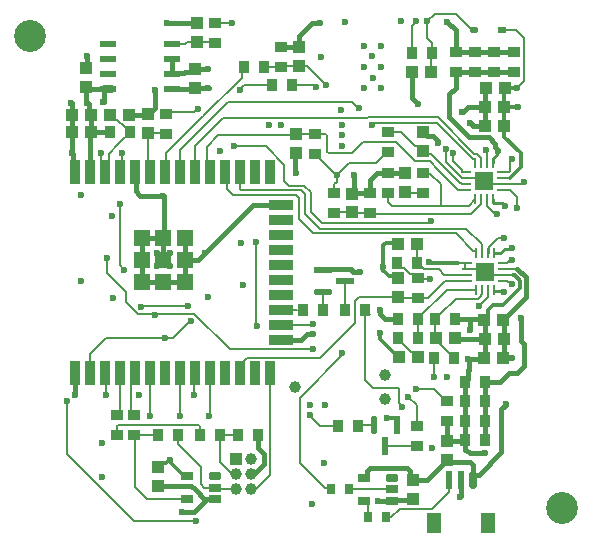
<source format=gbl>
G04*
G04 #@! TF.GenerationSoftware,Altium Limited,Altium NEXUS,3.2.6 (83)*
G04*
G04 Layer_Physical_Order=4*
G04 Layer_Color=16711680*
%FSLAX44Y44*%
%MOMM*%
G71*
G04*
G04 #@! TF.SameCoordinates,E101C6A8-1949-4893-99AA-7595D6EC33FA*
G04*
G04*
G04 #@! TF.FilePolarity,Positive*
G04*
G01*
G75*
%ADD10C,0.2500*%
%ADD11C,0.2000*%
%ADD16R,1.0000X1.0000*%
%ADD17R,1.0000X0.9000*%
G04:AMPARAMS|DCode=18|XSize=0.6mm|YSize=1.55mm|CornerRadius=0mm|HoleSize=0mm|Usage=FLASHONLY|Rotation=0.000|XOffset=0mm|YOffset=0mm|HoleType=Round|Shape=Octagon|*
%AMOCTAGOND18*
4,1,8,-0.1500,0.7750,0.1500,0.7750,0.3000,0.6250,0.3000,-0.6250,0.1500,-0.7750,-0.1500,-0.7750,-0.3000,-0.6250,-0.3000,0.6250,-0.1500,0.7750,0.0*
%
%ADD18OCTAGOND18*%

%ADD19R,0.6000X1.5500*%
%ADD20R,1.2000X1.8000*%
%ADD21R,0.9000X1.0000*%
%ADD22R,1.0000X1.0000*%
G04:AMPARAMS|DCode=33|XSize=0.5mm|YSize=0.71mm|CornerRadius=0mm|HoleSize=0mm|Usage=FLASHONLY|Rotation=270.000|XOffset=0mm|YOffset=0mm|HoleType=Round|Shape=Octagon|*
%AMOCTAGOND33*
4,1,8,0.3550,0.1250,0.3550,-0.1250,0.2300,-0.2500,-0.2300,-0.2500,-0.3550,-0.1250,-0.3550,0.1250,-0.2300,0.2500,0.2300,0.2500,0.3550,0.1250,0.0*
%
%ADD33OCTAGOND33*%

%ADD34R,0.7100X0.5000*%
G04:AMPARAMS|DCode=35|XSize=0.55mm|YSize=1.55mm|CornerRadius=0mm|HoleSize=0mm|Usage=FLASHONLY|Rotation=90.000|XOffset=0mm|YOffset=0mm|HoleType=Round|Shape=Octagon|*
%AMOCTAGOND35*
4,1,8,-0.7750,-0.1375,-0.7750,0.1375,-0.6375,0.2750,0.6375,0.2750,0.7750,0.1375,0.7750,-0.1375,0.6375,-0.2750,-0.6375,-0.2750,-0.7750,-0.1375,0.0*
%
%ADD35OCTAGOND35*%

%ADD36R,1.5500X0.5500*%
%ADD102C,1.0000*%
%ADD106C,0.1710*%
%ADD107C,0.3000*%
%ADD108C,0.4000*%
%ADD109C,0.1713*%
%ADD113C,2.7000*%
%ADD114C,0.6000*%
G04:AMPARAMS|DCode=122|XSize=0.65mm|YSize=1.1mm|CornerRadius=0mm|HoleSize=0mm|Usage=FLASHONLY|Rotation=90.000|XOffset=0mm|YOffset=0mm|HoleType=Round|Shape=Octagon|*
%AMOCTAGOND122*
4,1,8,-0.5500,-0.1625,-0.5500,0.1625,-0.3875,0.3250,0.3875,0.3250,0.5500,0.1625,0.5500,-0.1625,0.3875,-0.3250,-0.3875,-0.3250,-0.5500,-0.1625,0.0*
%
%ADD122OCTAGOND122*%

%ADD123R,1.1000X0.6500*%
%ADD124R,0.7000X0.9000*%
G04:AMPARAMS|DCode=125|XSize=0.55mm|YSize=1.55mm|CornerRadius=0mm|HoleSize=0mm|Usage=FLASHONLY|Rotation=180.000|XOffset=0mm|YOffset=0mm|HoleType=Round|Shape=Octagon|*
%AMOCTAGOND125*
4,1,8,0.1375,-0.7750,-0.1375,-0.7750,-0.2750,-0.6375,-0.2750,0.6375,-0.1375,0.7750,0.1375,0.7750,0.2750,0.6375,0.2750,-0.6375,0.1375,-0.7750,0.0*
%
%ADD125OCTAGOND125*%

%ADD126R,0.5500X1.5500*%
%ADD127R,0.9000X2.0000*%
%ADD128O,0.9000X0.2500*%
%ADD129O,0.2500X0.9000*%
%ADD130O,1.4500X0.6000*%
%ADD131R,1.4500X0.6000*%
%ADD132R,2.0000X0.9000*%
%ADD133R,1.3300X1.3300*%
%ADD134R,1.6000X1.6000*%
D10*
X652500Y1379250D02*
Y1382500D01*
X656112Y1386112D01*
X659750Y1269500D02*
X661500D01*
X658830Y1270420D02*
X659750Y1269500D01*
X653250Y1270420D02*
X658830D01*
X662657Y1342500D02*
X663000D01*
X652500Y1345372D02*
Y1348250D01*
X659786Y1345372D02*
X662657Y1342500D01*
X652500Y1345372D02*
X659786D01*
X656112Y1386112D02*
Y1388398D01*
X656782Y1389068D01*
X668080Y1306205D02*
X668750Y1306875D01*
X662455Y1306205D02*
X668080D01*
X658500Y1302250D02*
X662455Y1306205D01*
X653250Y1302250D02*
X658500D01*
X653250Y1270420D02*
Y1271250D01*
D11*
X677750Y1362750D02*
X678960D01*
X672750Y1341000D02*
Y1350432D01*
X666932Y1356250D02*
X672750Y1350432D01*
X660500Y1356250D02*
X666932D01*
X667000Y1381035D02*
X668533Y1382567D01*
X667000Y1372422D02*
Y1381035D01*
X646624Y1389519D02*
X647404Y1388739D01*
Y1379346D02*
Y1388739D01*
X519750Y1369000D02*
X520750D01*
X518250Y1353500D02*
X518750D01*
X520750Y1369000D02*
X530750Y1379000D01*
X518250Y1353500D02*
Y1361250D01*
X640000Y1366250D02*
X641250Y1367500D01*
X628348Y1294250D02*
X628578Y1294019D01*
X622750Y1294250D02*
X628348D01*
X630250Y1289250D02*
X643250D01*
X628578Y1289481D02*
X628809Y1289250D01*
X630250D01*
X628578Y1289481D02*
Y1294019D01*
X660596Y1361154D02*
X676154D01*
X677750Y1362750D01*
X520000Y1368250D02*
X520750Y1369000D01*
X520000Y1363000D02*
Y1368250D01*
X518250Y1361250D02*
X520000Y1363000D01*
X562750Y1388250D02*
X563250D01*
X553500Y1379000D02*
X562750Y1388250D01*
X530750Y1379000D02*
X553500D01*
X501500Y1386750D02*
X502000D01*
X519750Y1369000D01*
X504500Y1390000D02*
X505000D01*
X661250Y1284250D02*
X669250D01*
X645750Y1286750D02*
X648250Y1284250D01*
X661250D01*
X643250Y1289250D02*
X645750Y1286750D01*
X661250Y1289250D02*
X673000D01*
X660500Y1361250D02*
X660596Y1361154D01*
X641250Y1367500D02*
X645000Y1363750D01*
X629500Y1366250D02*
X640000D01*
X626250D02*
X629500D01*
X612750Y1379500D02*
Y1390500D01*
Y1379500D02*
X621000Y1371250D01*
X621250D01*
X626250Y1366250D01*
X619000Y1380500D02*
Y1387250D01*
X626245Y1371481D02*
X626476Y1371250D01*
X629500D01*
X626245Y1371481D02*
Y1373255D01*
X619000Y1380500D02*
X626245Y1373255D01*
X647404Y1379346D02*
X647500Y1379250D01*
X665828Y1371250D02*
X667000Y1372422D01*
X660500Y1371250D02*
X665828D01*
X660500Y1366250D02*
X666932D01*
D16*
X571750Y1310500D02*
D03*
X587750D02*
D03*
X588750Y1214500D02*
D03*
X572750D02*
D03*
X645500Y1230000D02*
D03*
X661500D02*
D03*
X620500Y1230500D02*
D03*
X646250Y1442000D02*
D03*
X646000Y1410500D02*
D03*
X662000D02*
D03*
X646000Y1426500D02*
D03*
X662000D02*
D03*
X312250Y1404750D02*
D03*
X604500Y1230500D02*
D03*
X662250Y1442000D02*
D03*
X296250Y1404750D02*
D03*
X661250Y1246250D02*
D03*
X645250D02*
D03*
X661250Y1213500D02*
D03*
X645250D02*
D03*
X599750Y1456250D02*
D03*
X583750D02*
D03*
X344500Y1419750D02*
D03*
X328500D02*
D03*
X296250D02*
D03*
X312250D02*
D03*
X435250Y1127900D02*
D03*
D17*
X473250Y1477250D02*
D03*
Y1460250D02*
D03*
X348750Y1165500D02*
D03*
Y1148500D02*
D03*
X613500Y1160000D02*
D03*
Y1177000D02*
D03*
X587750Y1156500D02*
D03*
Y1139500D02*
D03*
X563250Y1405250D02*
D03*
Y1388250D02*
D03*
X518250Y1353500D02*
D03*
X653500Y1472500D02*
D03*
X637000Y1472750D02*
D03*
X620750D02*
D03*
X669880Y1472760D02*
D03*
X518250Y1336500D02*
D03*
X548250Y1336500D02*
D03*
X593250Y1353750D02*
D03*
X620750Y1455750D02*
D03*
X637000D02*
D03*
X653500Y1455500D02*
D03*
X669880Y1455760D02*
D03*
X416750Y1480500D02*
D03*
Y1497500D02*
D03*
X589000Y1264500D02*
D03*
Y1281500D02*
D03*
X501500Y1403750D02*
D03*
Y1386750D02*
D03*
X333750Y1165500D02*
D03*
Y1148500D02*
D03*
X375750Y1403500D02*
D03*
Y1420500D02*
D03*
X593250Y1370750D02*
D03*
X563250Y1353750D02*
D03*
Y1370750D02*
D03*
X548250Y1353500D02*
D03*
D18*
X635500Y1110500D02*
D03*
D19*
X625500D02*
D03*
X615500D02*
D03*
D20*
X602500Y1073750D02*
D03*
X648500D02*
D03*
D21*
X385500Y1148500D02*
D03*
X368500D02*
D03*
X404250Y1148250D02*
D03*
X421250D02*
D03*
X453250D02*
D03*
X436250D02*
D03*
X482250Y1444500D02*
D03*
X465250D02*
D03*
X646000Y1160500D02*
D03*
X629000D02*
D03*
X521500Y1156500D02*
D03*
X538500D02*
D03*
X508500Y1254250D02*
D03*
X491500D02*
D03*
X645750Y1144000D02*
D03*
X628750D02*
D03*
X629000Y1193250D02*
D03*
X646000D02*
D03*
X629000Y1177000D02*
D03*
X646000D02*
D03*
X588500Y1294500D02*
D03*
X572000Y1230500D02*
D03*
X603500Y1246500D02*
D03*
X619500Y1214000D02*
D03*
X459000Y1460250D02*
D03*
X442000D02*
D03*
X620500Y1246500D02*
D03*
X602500Y1214000D02*
D03*
X589000Y1230500D02*
D03*
X571500Y1294500D02*
D03*
X600500Y1472250D02*
D03*
X583500D02*
D03*
X544500Y1254750D02*
D03*
X527500D02*
D03*
X345000Y1404750D02*
D03*
X328000D02*
D03*
X589250Y1246750D02*
D03*
X572250D02*
D03*
D22*
X369250Y1105500D02*
D03*
Y1121500D02*
D03*
X584750Y1110500D02*
D03*
Y1094500D02*
D03*
X613750Y1143500D02*
D03*
Y1127500D02*
D03*
X533250Y1337000D02*
D03*
Y1353000D02*
D03*
X577750Y1354250D02*
D03*
Y1370250D02*
D03*
X486000Y1387500D02*
D03*
Y1403500D02*
D03*
X307750Y1459500D02*
D03*
Y1443500D02*
D03*
X401750Y1497000D02*
D03*
Y1481000D02*
D03*
X488250Y1476750D02*
D03*
Y1460750D02*
D03*
X572250Y1265250D02*
D03*
Y1281250D02*
D03*
X400000Y1442500D02*
D03*
Y1458500D02*
D03*
X593250Y1404750D02*
D03*
Y1388750D02*
D03*
X360750Y1420000D02*
D03*
Y1404000D02*
D03*
D33*
X636000Y1491250D02*
D03*
D34*
X660000D02*
D03*
D35*
X508500Y1269500D02*
D03*
D36*
X527000Y1279000D02*
D03*
X508500Y1288500D02*
D03*
D102*
X561100Y1199000D02*
D03*
X484900Y1188850D02*
D03*
X561100Y1178700D02*
D03*
X435250Y1115200D02*
D03*
Y1102500D02*
D03*
X447950Y1127900D02*
D03*
Y1102500D02*
D03*
Y1115200D02*
D03*
D106*
X391000Y1135750D02*
X391000D01*
X385500Y1141250D02*
Y1148500D01*
Y1141250D02*
X391000Y1135750D01*
X391000D02*
X405000Y1121750D01*
X400835Y1076000D02*
X401000Y1075835D01*
X348250Y1076000D02*
X400835D01*
X405000Y1107000D02*
Y1121750D01*
Y1107000D02*
X408000Y1104000D01*
X417500D01*
X419962Y1102500D02*
X431810D01*
X292040Y1132210D02*
X348250Y1076000D01*
X433250Y1392875D02*
X460125D01*
X475500Y1377500D01*
X292040Y1132210D02*
Y1177133D01*
X375750Y1420500D02*
X377500Y1422250D01*
X399353D01*
X401853Y1424750D02*
X402500D01*
X399353Y1422250D02*
X401853Y1424750D01*
X406750Y1418250D02*
X439687Y1451187D01*
X406750Y1418250D02*
Y1418250D01*
X375750Y1387250D02*
X406750Y1418250D01*
X375750Y1376570D02*
Y1387250D01*
X439687Y1451187D02*
Y1458437D01*
X442250Y1461000D01*
X387750Y1164750D02*
Y1200400D01*
X387150Y1201000D02*
Y1205270D01*
Y1201000D02*
X387750Y1200400D01*
X362000Y1164750D02*
Y1202647D01*
X399500Y1182500D02*
Y1202620D01*
X399103Y1182500D02*
X399750Y1181853D01*
X659750Y1269500D02*
X661500D01*
X659500Y1269750D02*
X659750Y1269500D01*
X664286Y1279250D02*
X667461Y1276075D01*
X668485D01*
X341378Y1261433D02*
X351956Y1250855D01*
X341378Y1261433D02*
Y1269872D01*
X325766Y1285484D02*
X341378Y1269872D01*
X656358Y1315000D02*
X662000D01*
X648730Y1307372D02*
X656358Y1315000D01*
X498000Y1337750D02*
X507750Y1328000D01*
X599089Y1329500D02*
X600250D01*
X597589Y1328000D02*
X599089Y1329500D01*
X507750Y1328000D02*
X597589D01*
X475500Y1363750D02*
X479500Y1359750D01*
X475500Y1363750D02*
Y1377500D01*
X479500Y1359750D02*
X492500D01*
X439250Y1355750D02*
X483000D01*
X437950Y1357050D02*
Y1371000D01*
Y1357050D02*
X439250Y1355750D01*
X485500Y1351500D02*
X488000Y1349000D01*
X427000Y1357000D02*
X432500Y1351500D01*
X485500D01*
X492500Y1359750D02*
X498000Y1354250D01*
Y1337750D02*
Y1354250D01*
X490250Y1355750D02*
X493250Y1352750D01*
Y1335500D02*
Y1352750D01*
Y1335500D02*
X505645Y1323105D01*
X629602D02*
X642855Y1309852D01*
X634203Y1335895D02*
X642349Y1344041D01*
X548625Y1336875D02*
X549605Y1335895D01*
X505645Y1323105D02*
X629602D01*
X549605Y1335895D02*
X634203D01*
X654273Y1335250D02*
X656000D01*
X647486Y1342037D02*
X654273Y1335250D01*
X647486Y1342037D02*
Y1348237D01*
X463750Y1115000D02*
Y1200600D01*
X449536Y1104086D02*
X452836D01*
X447950Y1102500D02*
X449536Y1104086D01*
X452836D02*
X463750Y1115000D01*
X566500Y1079000D02*
X573500Y1086000D01*
X601250D02*
X615500Y1100250D01*
X573500Y1086000D02*
X601250D01*
X338000Y1372650D02*
Y1388250D01*
X532708Y1430292D02*
X538000Y1425000D01*
X387586Y1390042D02*
X427836Y1430292D01*
X532708D01*
X551252Y1412605D02*
X604645D01*
X550250Y1411103D02*
Y1411603D01*
X551252Y1412605D01*
X400000Y1393502D02*
X423748Y1417250D01*
X538000Y1425000D02*
X539000D01*
X604645Y1412605D02*
X635137Y1382113D01*
X605750Y1417500D02*
X636643Y1386607D01*
X489000Y1125000D02*
X507605Y1106395D01*
X489000Y1180003D02*
X491374Y1182376D01*
X489000Y1125000D02*
Y1180003D01*
X524179Y1217429D02*
X525000Y1218250D01*
X524179Y1215182D02*
Y1217429D01*
X491374Y1182376D02*
X524179Y1215182D01*
X496750Y1165250D02*
X505750Y1156250D01*
X522031D01*
X631750Y1342500D02*
X637500Y1348250D01*
X608054Y1342500D02*
X631750D01*
X607096Y1372404D02*
Y1372444D01*
X623250Y1356250D02*
X629500D01*
X607096Y1372404D02*
X623250Y1356250D01*
X500000Y1319250D02*
X620750D01*
X638250Y1302250D02*
Y1304198D01*
X637885Y1304563D02*
X638250Y1304198D01*
X635437Y1304563D02*
X637885D01*
X620750Y1319250D02*
X635437Y1304563D01*
X488000Y1331250D02*
Y1349000D01*
Y1331250D02*
X500000Y1319250D01*
X427000Y1357000D02*
Y1373520D01*
X410000Y1392750D02*
X419750Y1402500D01*
X613000Y1177000D02*
X613500D01*
X602605Y1187395D02*
X613000Y1177000D01*
X587311Y1187395D02*
X602605D01*
X580750Y1181000D02*
X587750Y1174000D01*
Y1156500D02*
Y1174000D01*
X615500Y1100250D02*
Y1110000D01*
X507605Y1106395D02*
X507605D01*
X510339Y1103661D02*
X513089D01*
X514000Y1102750D01*
X507605Y1106395D02*
X510339Y1103661D01*
X529000Y1102750D02*
X529250D01*
X529000D02*
X529250Y1102500D01*
X567000D01*
X562000Y1079000D02*
X566500D01*
X499089Y1242750D02*
X500750D01*
X473350Y1241550D02*
X497889D01*
X499089Y1242750D01*
X429811Y1221000D02*
X500250D01*
X399561Y1251250D02*
X429811Y1221000D01*
X444607Y1213855D02*
X506355D01*
X535750Y1243250D01*
Y1262000D01*
X593645Y1288855D02*
X606645D01*
X611250Y1284250D01*
X437950Y1201000D02*
X441595Y1204645D01*
Y1210843D01*
X444607Y1213855D01*
X451500Y1243411D02*
Y1312000D01*
Y1243411D02*
X452500Y1242411D01*
Y1241250D02*
Y1242411D01*
X374522Y1230772D02*
X381772D01*
X395855Y1244855D02*
X396441D01*
X325013Y1230772D02*
X374522D01*
X365851Y1250855D02*
X366228Y1250478D01*
X351956Y1250855D02*
X365851D01*
X355166Y1257811D02*
X394019D01*
X354605Y1257250D02*
X355166Y1257811D01*
X367000Y1251250D02*
X399561D01*
X366605Y1250855D02*
X367000Y1251250D01*
X381772Y1230772D02*
X395855Y1244855D01*
X310950Y1216709D02*
X325013Y1230772D01*
X325766Y1285484D02*
Y1298063D01*
X336250Y1292079D02*
X340017Y1288313D01*
X336250Y1292079D02*
Y1344000D01*
X325766Y1298063D02*
X325766Y1298063D01*
X336250Y1344000D02*
X336250Y1344000D01*
X320605Y1378315D02*
X323650Y1375270D01*
X320605Y1378315D02*
Y1387250D01*
X323650Y1201000D02*
X324395Y1200255D01*
Y1182750D02*
Y1200255D01*
X547000Y1079000D02*
Y1090605D01*
X544605Y1093000D02*
X547000Y1090605D01*
X543000Y1093000D02*
X544605D01*
X536000Y1157750D02*
X536439Y1157311D01*
X551945D01*
X562134Y1139500D02*
X587750D01*
X561445Y1138811D02*
X562134Y1139500D01*
X539000Y1265250D02*
X572250D01*
X535750Y1262000D02*
X539000Y1265250D01*
X527000Y1255250D02*
Y1279000D01*
Y1255250D02*
X527500Y1254750D01*
X525750Y1253000D02*
X527500Y1254750D01*
X508500Y1254250D02*
Y1269500D01*
X508500Y1254250D02*
X508500Y1254250D01*
X463350Y1203143D02*
X466993Y1199500D01*
X463350Y1201000D02*
X463750Y1200600D01*
X335351Y1394645D02*
X335351D01*
X345000Y1404250D02*
Y1405250D01*
X341355Y1400605D02*
X345000Y1404250D01*
X341311Y1400605D02*
X341355D01*
X335351Y1394645D02*
X341311Y1400605D01*
X327293Y1386587D02*
X335351Y1394645D01*
X338000Y1388250D02*
X338000Y1388250D01*
X336350Y1371000D02*
X338000Y1372650D01*
X327293Y1378913D02*
Y1386587D01*
X664734Y1294270D02*
X667081Y1296617D01*
X668220D01*
X664480Y1294270D02*
X664734D01*
X328500Y1419750D02*
X332645Y1415605D01*
X333895D01*
X341355Y1408895D02*
X345000Y1405250D01*
X333895Y1415605D02*
X340605Y1408895D01*
X341355D01*
X310950Y1201000D02*
Y1216709D01*
X412550Y1165550D02*
Y1201000D01*
X574342Y1227658D02*
X583355Y1218645D01*
X584605D01*
X588750Y1214500D01*
X661250Y1279250D02*
X664286D01*
X518750Y1337000D02*
X533250D01*
X518250Y1336500D02*
X518750Y1337000D01*
X533750Y1336500D02*
X548250D01*
X533250Y1337000D02*
X533750Y1336500D01*
X587750Y1295250D02*
Y1310500D01*
Y1295250D02*
X588500Y1294500D01*
Y1294000D02*
X593645Y1288855D01*
X588500Y1294000D02*
Y1294500D01*
X611250Y1284250D02*
X630250D01*
X515500Y1338250D02*
X516500Y1337250D01*
X642349Y1344041D02*
Y1348099D01*
X642500Y1348250D01*
X577500Y1355500D02*
X577750Y1355250D01*
X635393Y1263893D02*
X639951D01*
X642357Y1266299D01*
Y1266894D01*
X643250Y1267787D01*
Y1271250D01*
X410000Y1373550D02*
X412550Y1371000D01*
X410000Y1373550D02*
Y1392750D01*
X593250Y1388750D02*
X595250Y1386750D01*
X599597D02*
X624702Y1361645D01*
X595250Y1386750D02*
X599597D01*
X642855Y1306109D02*
Y1309852D01*
X643250Y1302250D02*
Y1305714D01*
X642855Y1306109D02*
X643250Y1305714D01*
X624702Y1361645D02*
X625641D01*
X626036Y1361250D02*
X629500D01*
X625641Y1361645D02*
X626036Y1361250D01*
X642500Y1379250D02*
Y1383305D01*
X639199Y1386607D02*
X642500Y1383305D01*
X636643Y1386607D02*
X639199D01*
X387586Y1375706D02*
Y1390042D01*
X374450Y1375270D02*
X375750Y1376570D01*
X387150Y1375270D02*
X387586Y1375706D01*
X323650Y1375270D02*
X327293Y1378913D01*
X400000Y1375420D02*
Y1393502D01*
X637137Y1382113D02*
X637500Y1381749D01*
Y1379250D02*
Y1381749D01*
X635137Y1382113D02*
X637137D01*
X647486Y1348237D02*
X647500Y1348250D01*
X399850Y1375270D02*
X400000Y1375420D01*
X360750Y1404000D02*
X374750D01*
X375250Y1403500D01*
X360750Y1376270D02*
X361750Y1375270D01*
X360750Y1376270D02*
Y1404000D01*
X612000Y1279250D02*
X630250D01*
X589000Y1264500D02*
X597250D01*
X612000Y1279250D01*
X573000Y1264500D02*
X589000D01*
X599290Y1380250D02*
X607096Y1372444D01*
X572250Y1265250D02*
X573000Y1264500D01*
X613250Y1271250D02*
X638250D01*
X589250Y1247250D02*
X613250Y1271250D01*
X589250Y1246750D02*
Y1247250D01*
X648230Y1265480D02*
Y1271230D01*
X640250Y1257500D02*
X648230Y1265480D01*
Y1271230D02*
X648250Y1271250D01*
Y1302250D02*
X648730Y1302730D01*
Y1307372D01*
X589000Y1230500D02*
Y1246500D01*
X589250Y1246750D01*
D107*
X369250Y1121500D02*
X372750Y1125000D01*
X377993Y1127500D02*
X378750D01*
X372750Y1125000D02*
X375493D01*
X377993Y1127500D01*
X391250Y1113500D02*
X393500D01*
X379324Y1125426D02*
X391250Y1113500D01*
X669750Y1283750D02*
X670766D01*
X675525Y1278991D01*
Y1273159D02*
Y1278991D01*
X660866Y1258500D02*
X675525Y1273159D01*
X652250Y1258500D02*
X660866D01*
X556773Y1234333D02*
X557000Y1234560D01*
X556773Y1229727D02*
Y1234333D01*
X572500Y1214000D02*
Y1214750D01*
X569250Y1218000D02*
X572500Y1214750D01*
X568500Y1218000D02*
X569250D01*
X556773Y1229727D02*
X568500Y1218000D01*
X568744Y1163057D02*
X570945Y1160855D01*
X562527Y1163057D02*
X568744D01*
X570945Y1157311D02*
Y1160855D01*
X599665Y1294250D02*
X622750D01*
X598540Y1295375D02*
X599665Y1294250D01*
X559527Y1287973D02*
X564507Y1282993D01*
X559527Y1287973D02*
Y1291063D01*
X559750Y1287750D02*
Y1309243D01*
X570507Y1282993D02*
X572250Y1281250D01*
X564507Y1282993D02*
X570507D01*
X666932Y1366250D02*
X676000Y1375318D01*
X662000Y1401000D02*
X676000Y1387000D01*
Y1375318D02*
Y1387000D01*
X561507Y1311000D02*
X572000D01*
X559750Y1309243D02*
X561507Y1311000D01*
X645250Y1246250D02*
X648000Y1249000D01*
Y1254250D02*
X652250Y1258500D01*
X648000Y1249000D02*
Y1254250D01*
X662000Y1442500D02*
X662500Y1442000D01*
X673000D01*
X662000Y1426500D02*
X662250Y1426250D01*
X673250D01*
X662000Y1426500D02*
Y1442500D01*
Y1410500D02*
Y1426500D01*
Y1401000D02*
Y1410500D01*
D108*
X389290Y1083375D02*
X399125D01*
X410250Y1094500D02*
X415250D01*
X407750D02*
X410250D01*
X399125Y1083375D02*
X410250Y1094500D01*
X415250D02*
X417500D01*
X369250Y1105500D02*
X396750D01*
X399750Y1102500D01*
X399907D01*
X404203Y1098047D02*
X407750Y1094500D01*
X404203Y1098047D02*
Y1098203D01*
X399907Y1102500D02*
X404203Y1098203D01*
X447950Y1115200D02*
X449098Y1116348D01*
X450964D01*
X458250Y1123634D01*
Y1132166D01*
X453250Y1137166D02*
X458250Y1132166D01*
X453250Y1137166D02*
Y1148250D01*
X309667Y1441583D02*
X325867D01*
X307750Y1459500D02*
X308472Y1460222D01*
X307750Y1431396D02*
X308855Y1430291D01*
Y1429750D02*
Y1430291D01*
X308472Y1460222D02*
Y1468867D01*
X307750Y1431396D02*
Y1443500D01*
X308472Y1468867D02*
X308855Y1469250D01*
X322667Y1430227D02*
X323050Y1430610D01*
X628875Y1136000D02*
X630000D01*
X628875D02*
Y1143875D01*
X632695Y1133305D02*
X645781D01*
X630000Y1136000D02*
X632695Y1133305D01*
X620750Y1455750D02*
X637000D01*
X620750Y1442750D02*
Y1455750D01*
X615000Y1437000D02*
X620750Y1442750D01*
X615000Y1417500D02*
Y1437000D01*
Y1417500D02*
X632000Y1400500D01*
X626791Y1422250D02*
X631041Y1426500D01*
X626250Y1422250D02*
X626791D01*
X632906Y1412696D02*
X633447D01*
X635644Y1410500D01*
X646000D01*
X632000Y1400500D02*
X648750D01*
X656782Y1389068D02*
Y1389609D01*
X654164Y1392227D02*
X656782Y1389609D01*
X654164Y1392227D02*
Y1395086D01*
X648750Y1400500D02*
X654164Y1395086D01*
X673000Y1289250D02*
X680295Y1281955D01*
Y1265295D02*
Y1281955D01*
X661250Y1246250D02*
X680295Y1265295D01*
X296250Y1404750D02*
Y1419750D01*
Y1387000D02*
Y1404750D01*
X296633Y1372617D02*
X298250Y1371000D01*
X296633Y1372617D02*
Y1386617D01*
X296250Y1387000D02*
X296633Y1386617D01*
X295633Y1420367D02*
X296250Y1419750D01*
X295633Y1420367D02*
Y1429367D01*
X295250Y1429750D02*
X295633Y1429367D01*
X311600Y1375920D02*
Y1404100D01*
X310950Y1375270D02*
X311600Y1375920D01*
X325867Y1441583D02*
X326250Y1441200D01*
X488250Y1476750D02*
Y1486250D01*
X499250Y1497250D01*
X506000D01*
X485500Y1476750D02*
X488250D01*
X399350Y1441850D02*
X400000Y1442500D01*
X412000D01*
X412000Y1442500D01*
X323050Y1430610D02*
Y1440276D01*
X668598Y1213375D02*
X668783Y1213559D01*
X661375Y1213375D02*
X668598D01*
X640368Y1114868D02*
X659250Y1133750D01*
Y1170209D01*
X663210Y1174169D01*
X661250Y1213500D02*
X661375Y1213375D01*
X666000Y1201000D02*
X672750D01*
X646000Y1193250D02*
X658250D01*
X666000Y1201000D01*
X635500Y1114868D02*
Y1123407D01*
Y1112000D02*
Y1114868D01*
X663210Y1174169D02*
Y1174710D01*
X646000Y1177000D02*
Y1193250D01*
X678500Y1206750D02*
Y1225604D01*
X485250Y1370591D02*
Y1386750D01*
Y1370591D02*
X485774Y1370067D01*
X485250Y1386750D02*
X486000Y1387500D01*
X635500Y1110000D02*
Y1113868D01*
X636500Y1114868D01*
X640368D01*
X628250Y1159750D02*
X628875Y1160375D01*
X629000Y1160500D01*
X613500Y1160000D02*
X613625Y1159875D01*
Y1143625D02*
Y1159875D01*
Y1143625D02*
X613750Y1143500D01*
X619750Y1230000D02*
X645250D01*
X629000Y1193250D02*
X631500Y1195750D01*
X631500Y1213250D02*
X631750Y1213000D01*
Y1203500D02*
Y1213000D01*
X631500Y1195750D02*
Y1203250D01*
X631750Y1203500D01*
X625500Y1097291D02*
Y1110000D01*
X624750Y1096541D02*
X625500Y1097291D01*
X624750Y1096000D02*
Y1096541D01*
X613750Y1143500D02*
X614000Y1143750D01*
X628500D01*
X628750Y1144000D01*
X628875Y1143875D01*
X613750Y1127500D02*
X615500Y1125750D01*
X633157D02*
X635500Y1123407D01*
X615500Y1125750D02*
X633157D01*
X635500Y1110000D02*
Y1112000D01*
X596750Y1110500D02*
X602500Y1116250D01*
X584750Y1110500D02*
X596750D01*
X602500Y1116250D02*
Y1116250D01*
X579828Y1120750D02*
X582172Y1118407D01*
X548172Y1120750D02*
X579828D01*
X582172Y1113078D02*
Y1118407D01*
Y1113078D02*
X584750Y1110500D01*
X543000Y1112000D02*
X544578D01*
X545828Y1113250D01*
Y1118407D02*
X548172Y1120750D01*
X545828Y1113250D02*
Y1118407D01*
X567000Y1093000D02*
X567750Y1093750D01*
X584000D01*
X584750Y1094500D01*
X555290Y1093000D02*
X567000D01*
X555040Y1092750D02*
X555290Y1093000D01*
X495019Y1233810D02*
X500274D01*
X490059Y1228850D02*
X495019Y1233810D01*
X557000Y1250750D02*
Y1254000D01*
X532250Y1288750D02*
X534250Y1286750D01*
X508500Y1288500D02*
X508750Y1288750D01*
X532250D01*
X534250Y1286750D02*
X540250D01*
X561000Y1246750D02*
X572250D01*
X557000Y1250750D02*
X561000Y1246750D01*
X572250Y1246250D02*
Y1246750D01*
X473350Y1228850D02*
X490059D01*
X402750Y1296750D02*
X408500Y1302500D01*
X309750Y1429250D02*
Y1429791D01*
X353593Y1351250D02*
X373250D01*
X349050Y1371000D02*
X349843Y1370207D01*
Y1355000D02*
Y1370207D01*
Y1355000D02*
X353593Y1351250D01*
X373750Y1316200D02*
Y1350750D01*
X373250Y1351250D02*
X373750Y1350750D01*
X373000Y1315450D02*
X373750Y1316200D01*
X366500Y1425750D02*
Y1441000D01*
X401250Y1497500D02*
X401750Y1497000D01*
X376500Y1497500D02*
X401250D01*
X360750Y1420000D02*
X366500Y1425750D01*
X298250Y1201000D02*
X298750Y1200500D01*
Y1182500D02*
Y1200500D01*
X602500Y1116250D02*
X613750Y1127500D01*
X408500Y1302500D02*
X449150Y1343150D01*
X629000Y1160500D02*
Y1177000D01*
X628750Y1144000D02*
X628875Y1144125D01*
Y1160375D01*
X309750Y1429250D02*
X310133Y1428867D01*
Y1421867D02*
X312250Y1419750D01*
X310133Y1421867D02*
Y1428867D01*
X653500Y1455500D02*
X669620D01*
X637000Y1455750D02*
X653250D01*
X631500Y1213250D02*
X645000D01*
X645875Y1160375D02*
X646000Y1160500D01*
X645875Y1144125D02*
Y1160375D01*
X645750Y1144000D02*
X645875Y1144125D01*
X646000Y1160500D02*
Y1177000D01*
X676000Y1228104D02*
Y1247500D01*
X672750Y1201000D02*
X678500Y1206750D01*
X676000Y1228104D02*
X678500Y1225604D01*
X360625Y1419875D02*
X360750Y1420000D01*
X661375Y1230125D02*
Y1246125D01*
X533500Y1353250D02*
X534367Y1354117D01*
X533250Y1353000D02*
X533500Y1353250D01*
X534367Y1354117D02*
Y1368617D01*
X534750Y1369000D01*
X577750Y1370250D02*
X579000Y1371500D01*
X646000Y1410500D02*
Y1426500D01*
Y1442500D01*
X631041Y1426500D02*
X646000D01*
X653375Y1472625D02*
X653500Y1472500D01*
X653630Y1472630D01*
X637125Y1472625D02*
X653375D01*
X653630Y1472630D02*
X669750D01*
X637000Y1472750D02*
X637125Y1472625D01*
X620750Y1472750D02*
X637000D01*
X669750Y1472630D02*
X669880Y1472760D01*
X620750Y1472750D02*
Y1491500D01*
X613750Y1498500D02*
X620750Y1491500D01*
X645250Y1230000D02*
X645375Y1230125D01*
X472250Y1477000D02*
X485750D01*
X632750Y1237750D02*
X632875Y1237875D01*
Y1246375D01*
X620625D02*
X632875D01*
X645125D01*
X645000Y1213250D02*
X645250Y1213500D01*
X533500Y1353250D02*
X548000D01*
X548250Y1353500D01*
X554500Y1370750D02*
X563250D01*
X548250Y1364500D02*
X554500Y1370750D01*
X548250Y1353500D02*
Y1364500D01*
X578125Y1370625D02*
X578250Y1370500D01*
X563375Y1370625D02*
X578125D01*
X563250Y1370750D02*
X563375Y1370625D01*
X449150Y1343150D02*
X473350D01*
X373000Y1315450D02*
X373250Y1315200D01*
X391600Y1296850D02*
X391700Y1296750D01*
X402750D01*
X391600Y1278500D02*
Y1296850D01*
X373250D02*
Y1315200D01*
X354900Y1296850D02*
Y1315200D01*
Y1278500D02*
X373250D01*
X354900D02*
Y1296850D01*
X373250Y1278500D02*
X391600D01*
Y1296850D02*
Y1315200D01*
X354900D02*
X373250D01*
X311600Y1404100D02*
X312250Y1404750D01*
X328000D01*
X312250D02*
Y1419750D01*
X307750Y1443500D02*
X309667Y1441583D01*
X344500Y1419750D02*
X344625Y1419875D01*
X360625D01*
X486000Y1476750D02*
X486250Y1477000D01*
X400000Y1458500D02*
X400125Y1458375D01*
X410875D01*
X411000Y1458250D01*
X397750Y1456250D02*
X400000Y1458500D01*
X392000Y1456250D02*
X397750D01*
X380750Y1453900D02*
X381750Y1454900D01*
X390650D01*
X392000Y1456250D01*
X380750Y1453900D02*
Y1466600D01*
Y1441200D02*
X381400Y1441850D01*
X399350D01*
X485750Y1477000D02*
X486000Y1476750D01*
X583750Y1433812D02*
Y1456250D01*
Y1433812D02*
X588625Y1428936D01*
Y1428395D02*
Y1428936D01*
X645375Y1229875D02*
X645500Y1230000D01*
X620500Y1246500D02*
X620625Y1246375D01*
X645125D02*
X645250Y1246250D01*
X629000Y1177000D02*
Y1193250D01*
X645375Y1213625D02*
Y1229875D01*
X645250Y1213500D02*
X645375Y1213625D01*
X645250Y1246250D02*
X645375Y1246125D01*
Y1230125D02*
Y1246125D01*
Y1230125D02*
X645500Y1230000D01*
X661375Y1230125D02*
X661500Y1230000D01*
X661250Y1246250D02*
X661375Y1246125D01*
X661250Y1213500D02*
X661375Y1213625D01*
Y1229875D01*
X661500Y1230000D01*
X596250Y1401750D02*
X601750D01*
X605867Y1397633D01*
Y1395883D02*
Y1397633D01*
Y1395883D02*
X606250Y1395500D01*
X593250Y1404750D02*
X596250Y1401750D01*
D109*
X349250Y1104500D02*
X359250Y1094500D01*
X393500D01*
X349250Y1104500D02*
Y1148500D01*
X348750D02*
X368500D01*
X421250Y1126022D02*
Y1148250D01*
Y1126022D02*
X430486Y1116786D01*
X433664D01*
X435250Y1115200D01*
X421250Y1148250D02*
X436250D01*
X404250D02*
Y1156000D01*
X403000Y1157250D02*
X404250Y1156000D01*
X333750Y1155750D02*
X335250Y1157250D01*
X403000D01*
X333750Y1148500D02*
Y1155750D01*
X348750Y1148500D02*
X348750Y1148500D01*
X438219Y1440676D02*
Y1441219D01*
X441750Y1444750D01*
X333750Y1148500D02*
X334066Y1148816D01*
X442000Y1460750D02*
Y1464642D01*
X489938Y1464236D02*
X491736D01*
X489281Y1464893D02*
X489938Y1464236D01*
X491736Y1461813D02*
Y1464236D01*
Y1461813D02*
X492393Y1461156D01*
X494816D01*
X510933Y1445040D01*
X441750Y1444750D02*
X463036D01*
X483000Y1355750D02*
X490250D01*
X546454Y1417500D02*
X605750D01*
X546204Y1417250D02*
X546454Y1417500D01*
X423748Y1417250D02*
X546204D01*
X571668Y1188250D02*
X572671Y1187246D01*
Y1175647D02*
X575250Y1173068D01*
X551000Y1188250D02*
X571668D01*
X575250Y1172500D02*
Y1173068D01*
X572671Y1175647D02*
Y1187246D01*
X550253Y1188997D02*
X551000Y1188250D01*
X544500Y1194750D02*
X550253Y1188997D01*
X544500Y1194750D02*
Y1254750D01*
X333750Y1165500D02*
X337000Y1168750D01*
Y1200350D01*
X608054Y1342500D02*
X608054Y1342500D01*
X566750Y1342500D02*
X608054D01*
X608054Y1342500D02*
Y1361196D01*
X570500Y1396500D02*
X586750Y1380250D01*
X599290D01*
X586857Y1392893D02*
X589107D01*
X563250Y1405250D02*
X574500D01*
X586857Y1392893D01*
X419750Y1402500D02*
X485750D01*
X478839Y1444500D02*
X500088D01*
X501237Y1443351D01*
X502397D01*
X344750Y1169143D02*
X348393Y1165500D01*
X346000Y1197950D02*
X349050Y1201000D01*
X348393Y1165500D02*
X348750D01*
X346000D02*
Y1197950D01*
X602500Y1198750D02*
Y1214000D01*
X336350Y1201000D02*
X337000Y1200350D01*
X473350Y1254250D02*
X486750D01*
X546000Y1252750D02*
Y1254250D01*
Y1252750D02*
X548143Y1250607D01*
X418000Y1497500D02*
X431500D01*
X401750Y1481000D02*
X417500D01*
X393500Y1481500D02*
X401250D01*
X401750Y1481000D01*
X391300Y1479300D02*
X393500Y1481500D01*
X516250Y1337000D02*
X516500Y1337250D01*
X518750Y1336500D02*
X522393Y1332857D01*
X518250Y1336500D02*
X518750D01*
X548250Y1336500D02*
X548625Y1336875D01*
X578250Y1354500D02*
X579000Y1353750D01*
X593250D01*
X653250Y1455750D02*
X653500Y1455500D01*
X669620D02*
X669880Y1455760D01*
X620893Y1263893D02*
X635393D01*
X607643Y1250643D02*
X620893Y1263893D01*
X607143Y1250643D02*
X607643D01*
X603500Y1247000D02*
X607143Y1250643D01*
X603500Y1246500D02*
Y1247000D01*
Y1230250D02*
X603750Y1230000D01*
X603500Y1230250D02*
Y1246500D01*
X619500Y1214000D02*
Y1214500D01*
X615857Y1218143D02*
X619500Y1214500D01*
X615607Y1218143D02*
X615857D01*
X603750Y1230000D02*
X615607Y1218143D01*
X664357Y1234143D02*
X665000Y1233500D01*
X485750Y1402500D02*
X486500Y1403250D01*
X487000Y1403750D02*
X501500D01*
X486500Y1403250D02*
X487000Y1403750D01*
X501500D02*
X502250Y1403000D01*
X512250Y1388004D02*
Y1401996D01*
X502250Y1403000D02*
X511246D01*
X512250Y1401996D01*
X513254Y1387000D02*
X533000D01*
X512250Y1388004D02*
X513254Y1387000D01*
X542500Y1396500D02*
X570500D01*
X533000Y1387000D02*
X542500Y1396500D01*
X589107Y1392893D02*
X593250Y1388750D01*
X563250Y1346000D02*
Y1353750D01*
Y1346000D02*
X566750Y1342500D01*
X593250Y1370750D02*
X594250Y1369750D01*
X599500D01*
X608054Y1361196D01*
X589000Y1281500D02*
X590250Y1280250D01*
X598750D01*
X571500Y1294000D02*
Y1294500D01*
Y1294000D02*
X575143Y1290357D01*
X577183D01*
X582397Y1285143D01*
X585357D01*
X589000Y1281500D01*
X417500Y1481000D02*
X418000Y1480500D01*
X380750Y1479300D02*
X391300D01*
X458250Y1460250D02*
X472000D01*
X472500Y1460750D02*
X486000D01*
X472000Y1460250D02*
X472500Y1460750D01*
X647500Y1361250D02*
X660500D01*
X645000Y1363750D02*
X647500Y1361250D01*
X673000Y1442000D02*
X679000Y1448000D01*
Y1484250D01*
X660000Y1491250D02*
X672000D01*
X679000Y1484250D01*
X583500Y1472250D02*
Y1494873D01*
X587250Y1498623D01*
Y1499000D01*
X599750Y1456250D02*
Y1471500D01*
X600500Y1472250D01*
X600750Y1472500D01*
Y1480750D01*
X597000Y1484500D02*
Y1499000D01*
Y1484500D02*
X600750Y1480750D01*
X597000Y1499000D02*
X603000Y1505000D01*
X621250D01*
X635000Y1491250D02*
X636000D01*
X621250Y1505000D02*
X635000Y1491250D01*
X636000D02*
X637050D01*
X662210Y1234143D02*
X664357D01*
X665000Y1231077D02*
Y1233500D01*
D113*
X710500Y1086500D02*
D03*
X260500Y1486500D02*
D03*
D114*
X401000Y1075835D02*
D03*
X378750Y1127500D02*
D03*
X389290Y1083375D02*
D03*
X600883Y1137883D02*
D03*
X308855Y1469250D02*
D03*
Y1429750D02*
D03*
X402500Y1424750D02*
D03*
X438219Y1440676D02*
D03*
X421000Y1389250D02*
D03*
X433250Y1392875D02*
D03*
X321395Y1141500D02*
D03*
X387750Y1164750D02*
D03*
X645781Y1133305D02*
D03*
X321312Y1113187D02*
D03*
X626250Y1422250D02*
D03*
X632906Y1412696D02*
D03*
X661500Y1269500D02*
D03*
X668485Y1276075D02*
D03*
X462500Y1410850D02*
D03*
X296250Y1387000D02*
D03*
X295250Y1429750D02*
D03*
X303500Y1352000D02*
D03*
X329750Y1333750D02*
D03*
X331000Y1264750D02*
D03*
X303250Y1279250D02*
D03*
X368000Y1302750D02*
D03*
X379000D02*
D03*
X368000Y1291750D02*
D03*
X379000D02*
D03*
X325766Y1298063D02*
D03*
X396441Y1244855D02*
D03*
X354605Y1257250D02*
D03*
X340017Y1288313D02*
D03*
X411000Y1442500D02*
D03*
X662000Y1315000D02*
D03*
X600250Y1329500D02*
D03*
X656000Y1335250D02*
D03*
X663000Y1342500D02*
D03*
X678960Y1362750D02*
D03*
X672750Y1341000D02*
D03*
X668533Y1382567D02*
D03*
X509250Y1124750D02*
D03*
X322476Y1430418D02*
D03*
X668783Y1213559D02*
D03*
X292040Y1177133D02*
D03*
X440625Y1275125D02*
D03*
X523750Y1423897D02*
D03*
X550250Y1411103D02*
D03*
X473250Y1410850D02*
D03*
X524270Y1410853D02*
D03*
X539000Y1425000D02*
D03*
X497750Y1173895D02*
D03*
X500250Y1221000D02*
D03*
X510500Y1173895D02*
D03*
X497750Y1165250D02*
D03*
X485774Y1370067D02*
D03*
X502397Y1443351D02*
D03*
X587311Y1187395D02*
D03*
X580750Y1181000D02*
D03*
X575250Y1172500D02*
D03*
X613250Y1197500D02*
D03*
X352397Y1182500D02*
D03*
X624750Y1096000D02*
D03*
X562527Y1163057D02*
D03*
X499500Y1090500D02*
D03*
X555040Y1092750D02*
D03*
X602500Y1197500D02*
D03*
X557000Y1234560D02*
D03*
X500250Y1233810D02*
D03*
Y1242750D02*
D03*
X451500Y1312000D02*
D03*
X598540Y1295375D02*
D03*
X540250Y1286750D02*
D03*
X559527Y1291063D02*
D03*
X557000Y1254000D02*
D03*
X408500Y1302500D02*
D03*
X439000Y1311250D02*
D03*
X366228Y1250478D02*
D03*
X410855Y1265059D02*
D03*
X394019Y1257811D02*
D03*
X373250Y1351250D02*
D03*
X336250Y1344000D02*
D03*
X320605Y1387250D02*
D03*
X366500Y1441000D02*
D03*
X376500Y1497500D02*
D03*
X663210Y1174710D02*
D03*
X298750Y1182500D02*
D03*
X324395D02*
D03*
X525000Y1218250D02*
D03*
X452500Y1241250D02*
D03*
X338000Y1387250D02*
D03*
X374522Y1230772D02*
D03*
X646624Y1389519D02*
D03*
X668220Y1296617D02*
D03*
X631500Y1213250D02*
D03*
X412250Y1164750D02*
D03*
X362000D02*
D03*
X399103Y1182500D02*
D03*
X520750Y1369000D02*
D03*
X656782Y1389068D02*
D03*
X613750Y1498500D02*
D03*
X632750Y1237750D02*
D03*
X524270Y1393397D02*
D03*
X534750Y1369000D02*
D03*
X598750Y1280250D02*
D03*
X506000Y1497250D02*
D03*
X411000Y1458250D02*
D03*
X431500Y1497500D02*
D03*
X612750Y1390500D02*
D03*
X510933Y1445040D02*
D03*
X588625Y1428395D02*
D03*
X543000Y1442000D02*
D03*
X550500Y1451000D02*
D03*
X557500Y1442000D02*
D03*
X619000Y1387250D02*
D03*
X606250Y1395500D02*
D03*
X507126Y1468580D02*
D03*
X526750Y1498250D02*
D03*
X574500Y1499000D02*
D03*
X673000Y1442000D02*
D03*
X673250Y1426250D02*
D03*
X640250Y1257500D02*
D03*
X668750Y1306875D02*
D03*
X676000Y1247500D02*
D03*
X597000Y1499000D02*
D03*
X587250D02*
D03*
X550000Y1469250D02*
D03*
X543000Y1460000D02*
D03*
X557500D02*
D03*
Y1478250D02*
D03*
X543000D02*
D03*
X524270Y1402250D02*
D03*
D122*
X417500Y1113500D02*
D03*
X567000Y1112000D02*
D03*
D123*
X417500Y1104000D02*
D03*
Y1094500D02*
D03*
X393500D02*
D03*
Y1113500D02*
D03*
X543000Y1112000D02*
D03*
Y1093000D02*
D03*
X567000D02*
D03*
Y1102500D02*
D03*
D124*
X562000Y1079000D02*
D03*
X547000D02*
D03*
X515500Y1102750D02*
D03*
X530500D02*
D03*
D125*
X551945Y1157311D02*
D03*
D126*
X570945D02*
D03*
X561445Y1138811D02*
D03*
D127*
X349050Y1201000D02*
D03*
X310950D02*
D03*
X298250D02*
D03*
X336350D02*
D03*
X323650D02*
D03*
X361750D02*
D03*
X387150D02*
D03*
X374450D02*
D03*
X412550D02*
D03*
X399850D02*
D03*
X437950D02*
D03*
X425250D02*
D03*
X463350D02*
D03*
X450650D02*
D03*
X310950Y1371000D02*
D03*
X298250D02*
D03*
X336350D02*
D03*
X323650D02*
D03*
X361750D02*
D03*
X349050D02*
D03*
X387150D02*
D03*
X374450D02*
D03*
X412550D02*
D03*
X399850D02*
D03*
X437950D02*
D03*
X425250D02*
D03*
X463350D02*
D03*
X450650D02*
D03*
D128*
X630250Y1284250D02*
D03*
X661250Y1294250D02*
D03*
Y1289250D02*
D03*
Y1284250D02*
D03*
Y1279250D02*
D03*
X630250D02*
D03*
Y1289250D02*
D03*
Y1294250D02*
D03*
X660500Y1371250D02*
D03*
Y1366250D02*
D03*
Y1361250D02*
D03*
Y1356250D02*
D03*
X629500D02*
D03*
Y1361250D02*
D03*
Y1366250D02*
D03*
Y1371250D02*
D03*
D129*
X642500Y1348250D02*
D03*
X652500Y1379250D02*
D03*
Y1348250D02*
D03*
X643250Y1271250D02*
D03*
X638250Y1302250D02*
D03*
X643250D02*
D03*
X648250D02*
D03*
X653250D02*
D03*
Y1271250D02*
D03*
X648250D02*
D03*
X638250D02*
D03*
X637500Y1379250D02*
D03*
X642500D02*
D03*
X647500D02*
D03*
Y1348250D02*
D03*
X637500D02*
D03*
D130*
X326250Y1441200D02*
D03*
D131*
Y1453900D02*
D03*
Y1466600D02*
D03*
Y1479300D02*
D03*
X380750Y1441200D02*
D03*
Y1453900D02*
D03*
Y1466600D02*
D03*
Y1479300D02*
D03*
D132*
X473350Y1330450D02*
D03*
Y1343150D02*
D03*
Y1305050D02*
D03*
Y1317750D02*
D03*
Y1279650D02*
D03*
Y1292350D02*
D03*
Y1254250D02*
D03*
Y1266950D02*
D03*
Y1228850D02*
D03*
Y1241550D02*
D03*
D133*
X373250Y1296850D02*
D03*
X354900D02*
D03*
X391600D02*
D03*
X373250Y1278500D02*
D03*
Y1315200D02*
D03*
X354900D02*
D03*
X391600D02*
D03*
Y1278500D02*
D03*
X354900D02*
D03*
D134*
X645750Y1286750D02*
D03*
X645000Y1363750D02*
D03*
M02*

</source>
